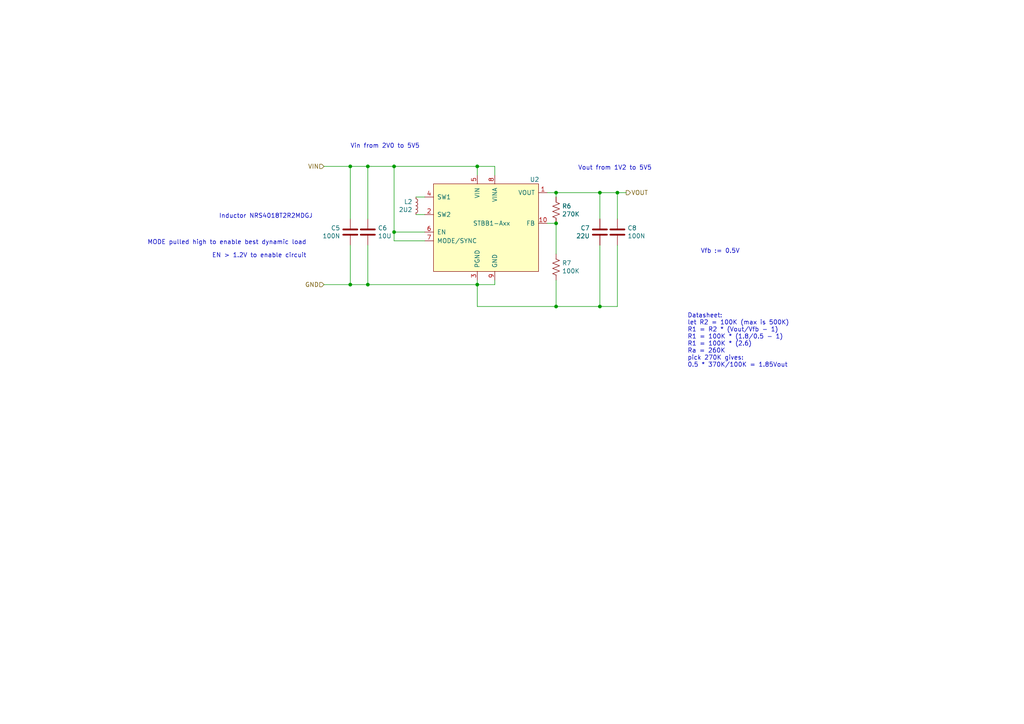
<source format=kicad_sch>
(kicad_sch (version 20211123) (generator eeschema)
  (paper "A4")
  (lib_symbols
    (symbol "Device:C" (pin_numbers hide) (pin_names (offset 0.254))
      (property "Reference" "C" (at 0.635 2.54 0))
      (property "Value" "C" (at 0.635 -2.54 0))
      (symbol "C_0_1"
        (polyline (pts (xy -2.032 -0.762) (xy 2.032 -0.762)) (stroke (width 0.508)))
        (polyline (pts (xy -2.032 0.762) (xy 2.032 0.762)) (stroke (width 0.508)))
      )
      (symbol "C_1_1"
        (pin passive line (at 0 3.81 270) (length 2.794) (name "~") (number "1"))
        (pin passive line (at 0 -3.81 90) (length 2.794) (name "~") (number "2"))
      )
    )
    (symbol "Device:L_Small" (pin_numbers hide) (pin_names (offset 0.254) hide)
      (property "Reference" "L" (at 0.762 1.016 0))
      (property "Value" "L_Small" (at 0.762 -1.016 0))
      (symbol "L_Small_0_1"
        (arc (start 0 -2.032) (mid 0.508 -1.524) (end 0 -1.016))
        (arc (start 0 -1.016) (mid 0.508 -0.508) (end 0 0))
        (arc (start 0 0) (mid 0.508 0.508) (end 0 1.016))
        (arc (start 0 1.016) (mid 0.508 1.524) (end 0 2.032))
      )
      (symbol "L_Small_1_1"
        (pin passive line (at 0 2.54 270) (length 0.508) (name "~") (number "1"))
        (pin passive line (at 0 -2.54 90) (length 0.508) (name "~") (number "2"))
      )
    )
    (symbol "Device:R_US" (pin_numbers hide) (pin_names (offset 0))
      (property "Reference" "R" (at 2.54 0 90))
      (property "Value" "R_US" (at -2.54 0 90))
      (symbol "R_US_0_1"
        (polyline (pts (xy 0 -2.286) (xy 0 -2.54)))
        (polyline (pts (xy 0 2.286) (xy 0 2.54)))
        (polyline (pts (xy 0 -0.762) (xy 1.016 -1.143) (xy 0 -1.524) (xy -1.016 -1.905) (xy 0 -2.286)))
        (polyline (pts (xy 0 0.762) (xy 1.016 0.381) (xy 0 0) (xy -1.016 -0.381) (xy 0 -0.762)))
        (polyline (pts (xy 0 2.286) (xy 1.016 1.905) (xy 0 1.524) (xy -1.016 1.143) (xy 0 0.762)))
      )
      (symbol "R_US_1_1"
        (pin passive line (at 0 3.81 270) (length 1.27) (name "~") (number "1"))
        (pin passive line (at 0 -3.81 90) (length 1.27) (name "~") (number "2"))
      )
    )
    (symbol "william_dc_dc:STBB1-Axx" (pin_names (offset 1.016))
      (property "Reference" "U" (at 13.97 12.7 0))
      (property "Value" "STBB1-Axx" (at 0 1.27 0))
      (symbol "STBB1-Axx_0_1"
        (rectangle (start -15.24 11.43) (end 15.24 -13.97) (fill (type background)))
      )
      (symbol "STBB1-Axx_1_1"
        (pin power_out line (at 17.78 8.89 180) (length 2.54) (name "VOUT") (number "1"))
        (pin input line (at 17.78 0 180) (length 2.54) (name "FB") (number "10"))
        (pin passive line (at -2.54 -16.51 90) (length 2.54) hide (name "PGND") (number "11"))
        (pin input line (at -17.78 2.54 0) (length 2.54) (name "SW2") (number "2"))
        (pin power_in line (at -2.54 -16.51 90) (length 2.54) (name "PGND") (number "3"))
        (pin input line (at -17.78 7.62 0) (length 2.54) (name "SW1") (number "4"))
        (pin power_in line (at -2.54 13.97 270) (length 2.54) (name "VIN") (number "5"))
        (pin input line (at -17.78 -2.54 0) (length 2.54) (name "EN") (number "6"))
        (pin input line (at -17.78 -5.08 0) (length 2.54) (name "MODE/SYNC") (number "7"))
        (pin power_in line (at 2.54 13.97 270) (length 2.54) (name "VINA") (number "8"))
        (pin power_in line (at 2.54 -16.51 90) (length 2.54) (name "GND") (number "9"))
      )
    )
  )
  (junction (at 161.29 55.88))
  (junction (at 101.6 48.26))
  (junction (at 106.68 48.26))
  (junction (at 114.3 48.26))
  (junction (at 161.29 88.9))
  (junction (at 106.68 82.55))
  (junction (at 173.99 55.88))
  (junction (at 179.07 55.88))
  (junction (at 138.43 48.26))
  (junction (at 114.3 67.31))
  (junction (at 161.29 64.77))
  (junction (at 173.99 88.9))
  (junction (at 101.6 82.55))
  (junction (at 138.43 82.55))
  (wire (pts (xy 106.68 71.12) (xy 106.68 82.55)))
  (wire (pts (xy 114.3 67.31) (xy 114.3 69.85)))
  (wire (pts (xy 179.07 63.5) (xy 179.07 55.88)))
  (wire (pts (xy 106.68 48.26) (xy 114.3 48.26)))
  (wire (pts (xy 143.51 48.26) (xy 143.51 50.8)))
  (wire (pts (xy 114.3 67.31) (xy 114.3 48.26)))
  (wire (pts (xy 120.65 62.23) (xy 123.19 62.23)))
  (wire (pts (xy 161.29 64.77) (xy 161.29 73.66)))
  (wire (pts (xy 123.19 67.31) (xy 114.3 67.31)))
  (wire (pts (xy 143.51 82.55) (xy 143.51 81.28)))
  (wire (pts (xy 173.99 71.12) (xy 173.99 88.9)))
  (wire (pts (xy 161.29 57.15) (xy 161.29 55.88)))
  (wire (pts (xy 138.43 82.55) (xy 138.43 88.9)))
  (wire (pts (xy 123.19 69.85) (xy 114.3 69.85)))
  (wire (pts (xy 143.51 48.26) (xy 138.43 48.26)))
  (wire (pts (xy 173.99 88.9) (xy 179.07 88.9)))
  (wire (pts (xy 93.98 48.26) (xy 101.6 48.26)))
  (wire (pts (xy 173.99 55.88) (xy 179.07 55.88)))
  (wire (pts (xy 143.51 82.55) (xy 138.43 82.55)))
  (wire (pts (xy 101.6 48.26) (xy 106.68 48.26)))
  (wire (pts (xy 161.29 81.28) (xy 161.29 88.9)))
  (wire (pts (xy 101.6 82.55) (xy 106.68 82.55)))
  (wire (pts (xy 106.68 82.55) (xy 138.43 82.55)))
  (wire (pts (xy 161.29 55.88) (xy 173.99 55.88)))
  (wire (pts (xy 161.29 64.77) (xy 158.75 64.77)))
  (wire (pts (xy 161.29 88.9) (xy 173.99 88.9)))
  (wire (pts (xy 114.3 48.26) (xy 138.43 48.26)))
  (wire (pts (xy 158.75 55.88) (xy 161.29 55.88)))
  (wire (pts (xy 101.6 63.5) (xy 101.6 48.26)))
  (wire (pts (xy 173.99 63.5) (xy 173.99 55.88)))
  (wire (pts (xy 179.07 88.9) (xy 179.07 71.12)))
  (wire (pts (xy 101.6 71.12) (xy 101.6 82.55)))
  (wire (pts (xy 138.43 81.28) (xy 138.43 82.55)))
  (wire (pts (xy 138.43 88.9) (xy 161.29 88.9)))
  (wire (pts (xy 123.19 57.15) (xy 120.65 57.15)))
  (wire (pts (xy 179.07 55.88) (xy 181.61 55.88)))
  (wire (pts (xy 106.68 48.26) (xy 106.68 63.5)))
  (wire (pts (xy 138.43 48.26) (xy 138.43 50.8)))
  (wire (pts (xy 93.98 82.55) (xy 101.6 82.55)))
  (text "Vout from 1V2 to 5V5" (at 167.64 49.53 0) (effects (font (size 1.27 1.27)) (justify left bottom)))
  (text "EN > 1.2V to enable circuit\n" (at 88.9 74.93 180) (effects (font (size 1.27 1.27)) (justify right bottom)))
  (text "Datasheet:\nlet R2 = 100K (max is 500K)\nR1 = R2 * (Vout/Vfb - 1)\nR1 = 100K * (1.8/0.5 - 1)\nR1 = 100K * (2.6)\nRa = 260K \npick 270K gives:\n0.5 * 370K/100K = 1.85Vout" (at 199.39 106.68 0) (effects (font (size 1.27 1.27)) (justify left bottom)))
  (text "Vin from 2V0 to 5V5" (at 101.6 43.18 0) (effects (font (size 1.27 1.27)) (justify left bottom)))
  (text "MODE pulled high to enable best dynamic load\n" (at 88.9 71.12 180) (effects (font (size 1.27 1.27)) (justify right bottom)))
  (text "Vfb := 0.5V" (at 203.2 73.66 0) (effects (font (size 1.27 1.27)) (justify left bottom)))
  (text "Inductor NRS4018T2R2MDGJ" (at 63.5 63.5 0) (effects (font (size 1.27 1.27)) (justify left bottom)))
  (hierarchical_label "GND" (shape input) (at 93.98 82.55 180))
  (hierarchical_label "VOUT" (shape output) (at 181.61 55.88 0))
  (hierarchical_label "VIN" (shape input) (at 93.98 48.26 180))
  (symbol (lib_id "william_dc_dc:STBB1-Axx") (at 140.97 64.77 0) (unit 1)
    (property "Reference" "U2" (at 153.67 52.07 0) (effects (justify left)))
    (property "Value" "STBB1-Axx" (at 137.16 64.77 0) (effects (justify left)))
    (property "Footprint" "Package_DFN_QFN:DFN-10-1EP_3x3mm_P0.5mm_EP1.7x2.5mm" (effects hide))
    (property "Datasheet" "http://www.st.com/content/ccc/resource/technical/document/datasheet/20/a6/10/e0/63/85/43/c1/DM00037824.pdf/files/DM00037824.pdf/jcr:content/translations/en.DM00037824.pdf" (effects hide))
  )
  (symbol (lib_id "Device:L_Small") (at 120.65 59.69 0) (mirror x) (unit 1)
    (property "Reference" "L2" (at 119.6086 58.5216 0) (effects (justify right)))
    (property "Value" "2U2" (at 119.6086 60.833 0) (effects (justify right)))
    (property "Footprint" "william_inductor:L_Taiyo-Yuden_MD-4040" (effects hide))
  )
  (symbol (lib_id "Device:C") (at 173.99 67.31 0) (mirror y) (unit 1)
    (property "Reference" "C7" (at 171.069 66.1416 0) (effects (justify left)))
    (property "Value" "22U" (at 171.069 68.453 0) (effects (justify left)))
    (property "Footprint" "Capacitor_SMD:C_0805_2012Metric" (effects hide))
  )
  (symbol (lib_id "Device:R_US") (at 161.29 60.96 0) (unit 1)
    (property "Reference" "R6" (at 163.0172 59.7916 0) (effects (justify left)))
    (property "Value" "270K" (at 163.0172 62.103 0) (effects (justify left)))
    (property "Footprint" "Resistor_SMD:R_0603_1608Metric" (effects hide))
  )
  (symbol (lib_id "Device:R_US") (at 161.29 77.47 0) (unit 1)
    (property "Reference" "R7" (at 163.0172 76.3016 0) (effects (justify left)))
    (property "Value" "100K" (at 163.0172 78.613 0) (effects (justify left)))
    (property "Footprint" "Resistor_SMD:R_0603_1608Metric" (effects hide))
  )
  (symbol (lib_id "Device:C") (at 106.68 67.31 0) (unit 1)
    (property "Reference" "C6" (at 109.601 66.1416 0) (effects (justify left)))
    (property "Value" "10U" (at 109.601 68.453 0) (effects (justify left)))
    (property "Footprint" "Capacitor_SMD:C_0805_2012Metric" (effects hide))
  )
  (symbol (lib_id "Device:C") (at 179.07 67.31 0) (unit 1)
    (property "Reference" "C8" (at 181.991 66.1416 0) (effects (justify left)))
    (property "Value" "100N" (at 181.991 68.453 0) (effects (justify left)))
    (property "Footprint" "Capacitor_SMD:C_0603_1608Metric" (effects hide))
  )
  (symbol (lib_id "Device:C") (at 101.6 67.31 0) (mirror y) (unit 1)
    (property "Reference" "C5" (at 98.679 66.1416 0) (effects (justify left)))
    (property "Value" "100N" (at 98.679 68.453 0) (effects (justify left)))
    (property "Footprint" "Capacitor_SMD:C_0603_1608Metric" (effects hide))
  )
)
</source>
